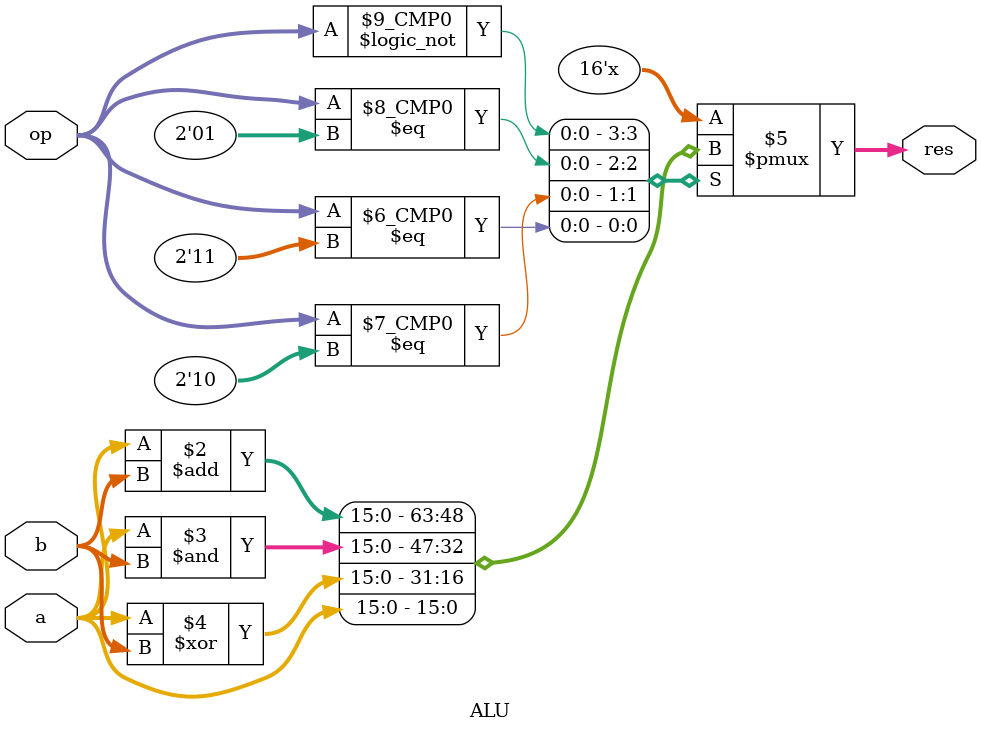
<source format=v>

`ifndef ALU_V
`define ALU_V

module ALU(
    input [15:0] a,
    input [15:0] b,
    input [1:0] op,
    output reg [15:0] res
);

    // Define operation codes based on control signals
    localparam ADD   = 2'b00;
    localparam AND   = 2'b01;
    localparam XOR   = 2'b10;
    localparam PASSA = 2'b11;

    always @(*) begin
        case (op)
            ADD: begin
                res = a + b;
            end
            AND: begin
                res = a & b;
            end
            XOR: begin
                res = a ^ b;
            end
            PASSA: begin
                res = a;
            end
            default: begin
                res = 16'b0;
            end
        endcase
    end

endmodule

`endif // ALU_V
</source>
